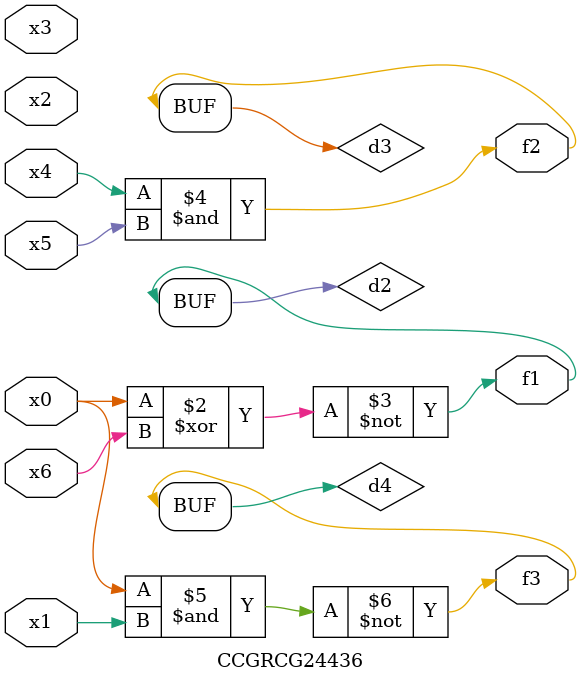
<source format=v>
module CCGRCG24436(
	input x0, x1, x2, x3, x4, x5, x6,
	output f1, f2, f3
);

	wire d1, d2, d3, d4;

	nor (d1, x0);
	xnor (d2, x0, x6);
	and (d3, x4, x5);
	nand (d4, x0, x1);
	assign f1 = d2;
	assign f2 = d3;
	assign f3 = d4;
endmodule

</source>
